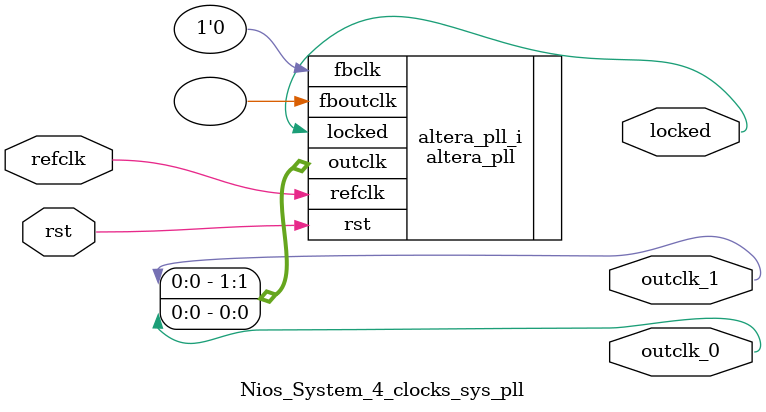
<source format=v>
`timescale 1ns/10ps
module  Nios_System_4_clocks_sys_pll(

	// interface 'refclk'
	input wire refclk,

	// interface 'reset'
	input wire rst,

	// interface 'outclk0'
	output wire outclk_0,

	// interface 'outclk1'
	output wire outclk_1,

	// interface 'locked'
	output wire locked
);

	altera_pll #(
		.fractional_vco_multiplier("false"),
		.reference_clock_frequency("50.0 MHz"),
		.operation_mode("direct"),
		.number_of_clocks(2),
		.output_clock_frequency0("50.000000 MHz"),
		.phase_shift0("0 ps"),
		.duty_cycle0(50),
		.output_clock_frequency1("50.000000 MHz"),
		.phase_shift1("-3000 ps"),
		.duty_cycle1(50),
		.output_clock_frequency2("0 MHz"),
		.phase_shift2("0 ps"),
		.duty_cycle2(50),
		.output_clock_frequency3("0 MHz"),
		.phase_shift3("0 ps"),
		.duty_cycle3(50),
		.output_clock_frequency4("0 MHz"),
		.phase_shift4("0 ps"),
		.duty_cycle4(50),
		.output_clock_frequency5("0 MHz"),
		.phase_shift5("0 ps"),
		.duty_cycle5(50),
		.output_clock_frequency6("0 MHz"),
		.phase_shift6("0 ps"),
		.duty_cycle6(50),
		.output_clock_frequency7("0 MHz"),
		.phase_shift7("0 ps"),
		.duty_cycle7(50),
		.output_clock_frequency8("0 MHz"),
		.phase_shift8("0 ps"),
		.duty_cycle8(50),
		.output_clock_frequency9("0 MHz"),
		.phase_shift9("0 ps"),
		.duty_cycle9(50),
		.output_clock_frequency10("0 MHz"),
		.phase_shift10("0 ps"),
		.duty_cycle10(50),
		.output_clock_frequency11("0 MHz"),
		.phase_shift11("0 ps"),
		.duty_cycle11(50),
		.output_clock_frequency12("0 MHz"),
		.phase_shift12("0 ps"),
		.duty_cycle12(50),
		.output_clock_frequency13("0 MHz"),
		.phase_shift13("0 ps"),
		.duty_cycle13(50),
		.output_clock_frequency14("0 MHz"),
		.phase_shift14("0 ps"),
		.duty_cycle14(50),
		.output_clock_frequency15("0 MHz"),
		.phase_shift15("0 ps"),
		.duty_cycle15(50),
		.output_clock_frequency16("0 MHz"),
		.phase_shift16("0 ps"),
		.duty_cycle16(50),
		.output_clock_frequency17("0 MHz"),
		.phase_shift17("0 ps"),
		.duty_cycle17(50),
		.pll_type("General"),
		.pll_subtype("General")
	) altera_pll_i (
		.rst	(rst),
		.outclk	({outclk_1, outclk_0}),
		.locked	(locked),
		.fboutclk	( ),
		.fbclk	(1'b0),
		.refclk	(refclk)
	);
endmodule


</source>
